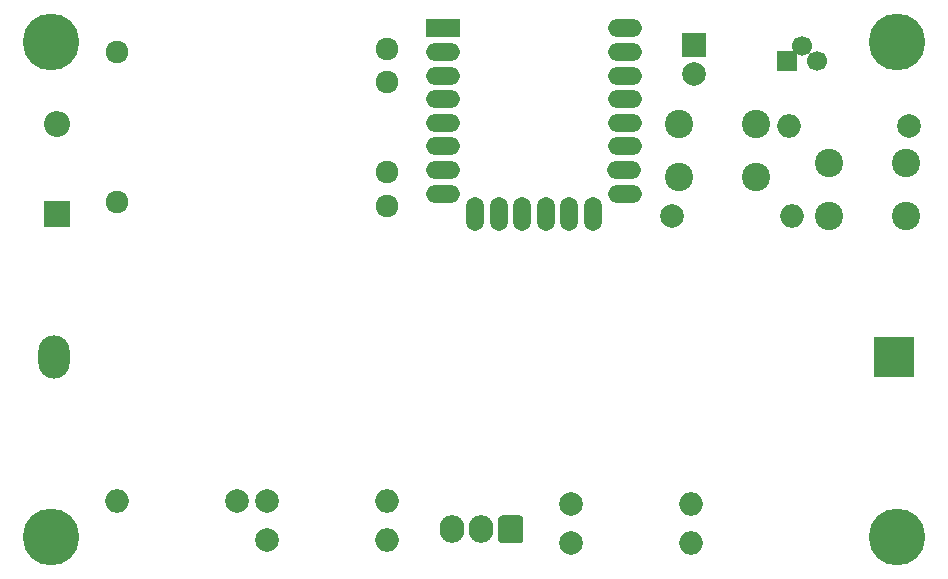
<source format=gbr>
G04 #@! TF.GenerationSoftware,KiCad,Pcbnew,5.1.5-52549c5~84~ubuntu18.04.1*
G04 #@! TF.CreationDate,2020-03-26T15:43:45+01:00*
G04 #@! TF.ProjectId,ltl,6c746c2e-6b69-4636-9164-5f7063625858,rev?*
G04 #@! TF.SameCoordinates,Original*
G04 #@! TF.FileFunction,Soldermask,Bot*
G04 #@! TF.FilePolarity,Negative*
%FSLAX46Y46*%
G04 Gerber Fmt 4.6, Leading zero omitted, Abs format (unit mm)*
G04 Created by KiCad (PCBNEW 5.1.5-52549c5~84~ubuntu18.04.1) date 2020-03-26 15:43:45*
%MOMM*%
%LPD*%
G04 APERTURE LIST*
%ADD10C,1.924000*%
%ADD11C,1.100000*%
%ADD12C,4.800000*%
%ADD13O,2.662000X3.662000*%
%ADD14R,3.400000X3.400000*%
%ADD15O,2.200000X2.200000*%
%ADD16R,2.200000X2.200000*%
%ADD17O,2.000000X2.000000*%
%ADD18C,2.000000*%
%ADD19R,2.000000X2.000000*%
%ADD20C,1.700000*%
%ADD21R,1.700000X1.700000*%
%ADD22C,0.100000*%
%ADD23O,2.100000X2.350000*%
%ADD24R,2.900000X1.500000*%
%ADD25O,2.900000X1.500000*%
%ADD26O,1.500000X2.900000*%
%ADD27C,2.400000*%
G04 APERTURE END LIST*
D10*
X94742000Y-94869000D03*
X94742000Y-107569000D03*
X117602000Y-94564200D03*
X117602000Y-107873800D03*
X117602000Y-105029000D03*
X117602000Y-97409000D03*
D11*
X161948726Y-134723274D03*
X160782000Y-134240000D03*
X159615274Y-134723274D03*
X159132000Y-135890000D03*
X159615274Y-137056726D03*
X160782000Y-137540000D03*
X161948726Y-137056726D03*
X162432000Y-135890000D03*
D12*
X160782000Y-135890000D03*
X160782000Y-93980000D03*
D11*
X162432000Y-93980000D03*
X161948726Y-95146726D03*
X160782000Y-95630000D03*
X159615274Y-95146726D03*
X159132000Y-93980000D03*
X159615274Y-92813274D03*
X160782000Y-92330000D03*
X161948726Y-92813274D03*
D12*
X89154000Y-135890000D03*
D11*
X90804000Y-135890000D03*
X90320726Y-137056726D03*
X89154000Y-137540000D03*
X87987274Y-137056726D03*
X87504000Y-135890000D03*
X87987274Y-134723274D03*
X89154000Y-134240000D03*
X90320726Y-134723274D03*
X90320726Y-92813274D03*
X89154000Y-92330000D03*
X87987274Y-92813274D03*
X87504000Y-93980000D03*
X87987274Y-95146726D03*
X89154000Y-95630000D03*
X90320726Y-95146726D03*
X90804000Y-93980000D03*
D12*
X89154000Y-93980000D03*
D13*
X89408000Y-120650000D03*
D14*
X160528000Y-120650000D03*
D15*
X89662000Y-100965000D03*
D16*
X89662000Y-108585000D03*
D17*
X117602000Y-136144000D03*
D18*
X107442000Y-136144000D03*
D17*
X117602000Y-132842000D03*
D18*
X107442000Y-132842000D03*
D17*
X151638000Y-101092000D03*
D18*
X161798000Y-101092000D03*
D17*
X151892000Y-108712000D03*
D18*
X141732000Y-108712000D03*
D17*
X143320000Y-133096000D03*
D18*
X133160000Y-133096000D03*
X133160000Y-136398000D03*
D17*
X143320000Y-136398000D03*
D19*
X143637000Y-94234000D03*
D18*
X143637000Y-96734000D03*
X104902000Y-132842000D03*
D17*
X94742000Y-132842000D03*
D20*
X152718000Y-94361000D03*
X153988000Y-95631000D03*
D21*
X151448000Y-95631000D03*
D22*
G36*
X128851447Y-134081487D02*
G01*
X128881425Y-134085934D01*
X128910824Y-134093298D01*
X128939358Y-134103508D01*
X128966755Y-134116465D01*
X128992750Y-134132046D01*
X129017092Y-134150100D01*
X129039548Y-134170452D01*
X129059900Y-134192908D01*
X129077954Y-134217250D01*
X129093535Y-134243245D01*
X129106492Y-134270642D01*
X129116702Y-134299176D01*
X129124066Y-134328575D01*
X129128513Y-134358553D01*
X129130000Y-134388823D01*
X129130000Y-136121177D01*
X129128513Y-136151447D01*
X129124066Y-136181425D01*
X129116702Y-136210824D01*
X129106492Y-136239358D01*
X129093535Y-136266755D01*
X129077954Y-136292750D01*
X129059900Y-136317092D01*
X129039548Y-136339548D01*
X129017092Y-136359900D01*
X128992750Y-136377954D01*
X128966755Y-136393535D01*
X128939358Y-136406492D01*
X128910824Y-136416702D01*
X128881425Y-136424066D01*
X128851447Y-136428513D01*
X128821177Y-136430000D01*
X127338823Y-136430000D01*
X127308553Y-136428513D01*
X127278575Y-136424066D01*
X127249176Y-136416702D01*
X127220642Y-136406492D01*
X127193245Y-136393535D01*
X127167250Y-136377954D01*
X127142908Y-136359900D01*
X127120452Y-136339548D01*
X127100100Y-136317092D01*
X127082046Y-136292750D01*
X127066465Y-136266755D01*
X127053508Y-136239358D01*
X127043298Y-136210824D01*
X127035934Y-136181425D01*
X127031487Y-136151447D01*
X127030000Y-136121177D01*
X127030000Y-134388823D01*
X127031487Y-134358553D01*
X127035934Y-134328575D01*
X127043298Y-134299176D01*
X127053508Y-134270642D01*
X127066465Y-134243245D01*
X127082046Y-134217250D01*
X127100100Y-134192908D01*
X127120452Y-134170452D01*
X127142908Y-134150100D01*
X127167250Y-134132046D01*
X127193245Y-134116465D01*
X127220642Y-134103508D01*
X127249176Y-134093298D01*
X127278575Y-134085934D01*
X127308553Y-134081487D01*
X127338823Y-134080000D01*
X128821177Y-134080000D01*
X128851447Y-134081487D01*
G37*
D23*
X125580000Y-135255000D03*
X123080000Y-135255000D03*
D24*
X122363000Y-92837000D03*
D25*
X122363000Y-94837000D03*
X122363000Y-96837000D03*
X122363000Y-98837000D03*
X122363000Y-100837000D03*
X122363000Y-102837000D03*
X122363000Y-104837000D03*
X122363000Y-106837000D03*
X137763000Y-106837000D03*
X137663000Y-104837000D03*
X137763000Y-102837000D03*
X137763000Y-100837000D03*
X137763000Y-98837000D03*
X137763000Y-96837000D03*
X137763000Y-94837000D03*
X137763000Y-92837000D03*
D26*
X125053000Y-108537000D03*
X127053000Y-108537000D03*
X129053000Y-108537000D03*
X131053000Y-108537000D03*
X133053000Y-108537000D03*
X135053000Y-108537000D03*
D27*
X155044000Y-108712000D03*
X155044000Y-104212000D03*
X161544000Y-108712000D03*
X161544000Y-104212000D03*
X148844000Y-100910000D03*
X148844000Y-105410000D03*
X142344000Y-100910000D03*
X142344000Y-105410000D03*
M02*

</source>
